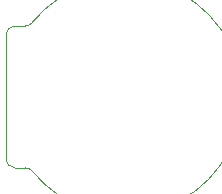
<source format=gbr>
G04 #@! TF.FileFunction,Profile,NP*
%FSLAX46Y46*%
G04 Gerber Fmt 4.6, Leading zero omitted, Abs format (unit mm)*
G04 Created by KiCad (PCBNEW 4.0.6) date Wed Feb  7 00:12:24 2018*
%MOMM*%
%LPD*%
G01*
G04 APERTURE LIST*
%ADD10C,0.100000*%
G04 APERTURE END LIST*
D10*
X152218021Y-83719809D02*
G75*
G02X152217116Y-96279070I7781979J-6280191D01*
G01*
X150000000Y-84750000D02*
X150000000Y-95250000D01*
X151633400Y-84000000D02*
X150750000Y-84000000D01*
X150750000Y-96000000D02*
G75*
G02X150000000Y-95250000I0J750000D01*
G01*
X152217082Y-83720972D02*
G75*
G02X151633400Y-84000000I-583682J470972D01*
G01*
X151633454Y-96000000D02*
G75*
G02X152217116Y-96279070I-54J-750000D01*
G01*
X150750000Y-96000000D02*
X151633400Y-96000000D01*
X150000000Y-84750000D02*
G75*
G02X150750000Y-84000000I750000J0D01*
G01*
M02*

</source>
